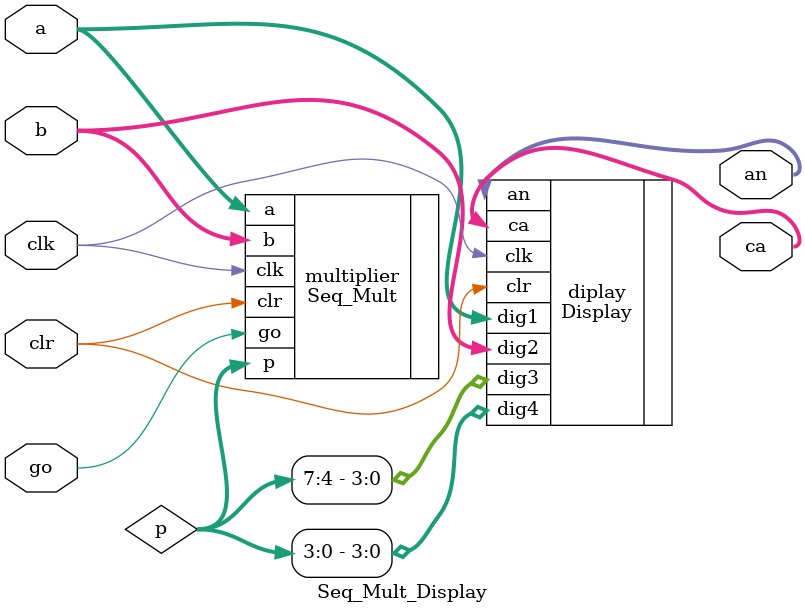
<source format=v>
`timescale 1ns / 1ps

module Seq_Mult_Display(
    input clk,
    input clr,
    input go,
    input [3:0] a,
    input [3:0] b,
    output [3:0] an,
    output [6:0] ca
);
    
    wire [7:0] p;
    
    Seq_Mult multiplier (.clk(clk),
                         .clr(clr),
                         .go(go),
                         .a(a),
                         .b(b),
                         .p(p));
    
    Display diplay (.clk(clk),
                    .clr(clr),
                    .dig1(a),
                    .dig2(b),
                    .dig3(p[7:4]),
                    .dig4(p[3:0]),
                    .an(an),
                    .ca(ca));
    
endmodule

</source>
